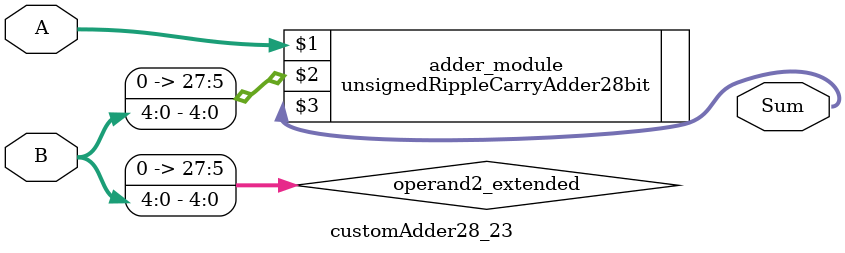
<source format=v>

module customAdder28_23(
                    input [27 : 0] A,
                    input [4 : 0] B,
                    
                    output [28 : 0] Sum
            );

    wire [27 : 0] operand2_extended;
    
    assign operand2_extended =  {23'b0, B};
    
    unsignedRippleCarryAdder28bit adder_module(
        A,
        operand2_extended,
        Sum
    );
    
endmodule
        
</source>
